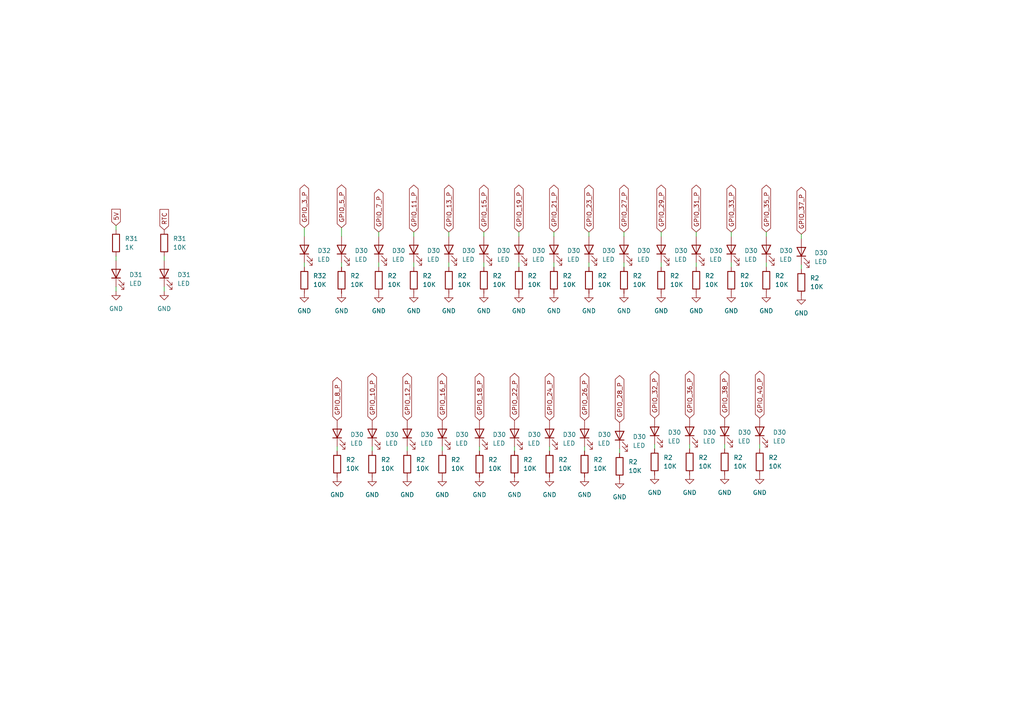
<source format=kicad_sch>
(kicad_sch (version 20230121) (generator eeschema)
  (paper "A4")
  (lib_symbols
    (symbol "Device:LED" (pin_numbers hide) (pin_names (offset 1.016) hide)
      (property "Reference" "D" (at 0 2.54 0))
      (property "Value" "LED" (at 0 -2.54 0))
      (symbol "LED_0_1"
        (polyline (pts (xy -1.27 -1.27) (xy -1.27 1.27)) (stroke (width 0.254)))
        (polyline (pts (xy -1.27 0) (xy 1.27 0)))
        (polyline (pts (xy 1.27 -1.27) (xy 1.27 1.27) (xy -1.27 0) (xy 1.27 -1.27)) (stroke (width 0.254)))
        (polyline (pts (xy -3.048 -0.762) (xy -4.572 -2.286) (xy -3.81 -2.286) (xy -4.572 -2.286) (xy -4.572 -1.524)))
        (polyline (pts (xy -1.778 -0.762) (xy -3.302 -2.286) (xy -2.54 -2.286) (xy -3.302 -2.286) (xy -3.302 -1.524)))
      )
      (symbol "LED_1_1"
        (pin passive line (at -3.81 0 0) (length 2.54) (name "K") (number "1"))
        (pin passive line (at 3.81 0 180) (length 2.54) (name "A") (number "2"))
      )
    )
    (symbol "Device:R" (pin_numbers hide) (pin_names (offset 0))
      (property "Reference" "R" (at 2.032 0 90))
      (property "Value" "R" (at 0 0 90))
      (symbol "R_0_1"
        (rectangle (start -1.016 -2.54) (end 1.016 2.54) (stroke (width 0.254)))
      )
      (symbol "R_1_1"
        (pin passive line (at 0 3.81 270) (length 1.27) (name "~") (number "1"))
        (pin passive line (at 0 -3.81 90) (length 1.27) (name "~") (number "2"))
      )
    )
    (symbol "power:GND" (power) (pin_names (offset 0))
      (property "Value" "GND" (at 0 -3.81 0))
      (symbol "GND_0_1"
        (polyline (pts (xy 0 0) (xy 0 -1.27) (xy 1.27 -1.27) (xy 0 -2.54) (xy -1.27 -1.27) (xy 0 -1.27)))
      )
      (symbol "GND_1_1"
        (pin power_in line (at 0 0 270) (length 0) hide (name "GND") (number "1"))
      )
    )
  )
  (wire (pts (xy 99.06 66.04) (xy 99.06 68.58)))
  (wire (pts (xy 180.975 67.31) (xy 180.975 68.58)))
  (wire (pts (xy 107.95 129.54) (xy 107.95 130.81)))
  (wire (pts (xy 191.77 67.31) (xy 191.77 68.58)))
  (wire (pts (xy 232.41 76.835) (xy 232.41 78.105)))
  (wire (pts (xy 33.655 74.295) (xy 33.655 75.565)))
  (wire (pts (xy 179.705 130.175) (xy 179.705 131.445)))
  (wire (pts (xy 220.345 128.905) (xy 220.345 130.175)))
  (wire (pts (xy 222.25 67.31) (xy 222.25 68.58)))
  (wire (pts (xy 201.93 67.31) (xy 201.93 68.58)))
  (wire (pts (xy 33.655 83.185) (xy 33.655 84.455)))
  (wire (pts (xy 159.385 129.54) (xy 159.385 130.81)))
  (wire (pts (xy 120.015 67.31) (xy 120.015 68.58)))
  (wire (pts (xy 88.265 66.04) (xy 88.265 68.58)))
  (wire (pts (xy 118.11 129.54) (xy 118.11 130.81)))
  (wire (pts (xy 201.93 76.2) (xy 201.93 77.47)))
  (wire (pts (xy 47.625 83.185) (xy 47.625 84.455)))
  (wire (pts (xy 47.625 74.295) (xy 47.625 75.565)))
  (wire (pts (xy 120.015 76.2) (xy 120.015 77.47)))
  (wire (pts (xy 210.185 128.905) (xy 210.185 130.175)))
  (wire (pts (xy 128.27 129.54) (xy 128.27 130.81)))
  (wire (pts (xy 130.175 67.31) (xy 130.175 68.58)))
  (wire (pts (xy 150.495 67.31) (xy 150.495 68.58)))
  (wire (pts (xy 160.655 76.2) (xy 160.655 77.47)))
  (wire (pts (xy 109.855 76.2) (xy 109.855 77.47)))
  (wire (pts (xy 180.975 76.2) (xy 180.975 77.47)))
  (wire (pts (xy 170.815 67.31) (xy 170.815 68.58)))
  (wire (pts (xy 88.265 76.2) (xy 88.265 77.47)))
  (wire (pts (xy 200.025 128.905) (xy 200.025 130.175)))
  (wire (pts (xy 33.655 66.675) (xy 33.655 65.405)))
  (wire (pts (xy 139.065 129.54) (xy 139.065 130.81)))
  (wire (pts (xy 232.41 67.945) (xy 232.41 69.215)))
  (wire (pts (xy 170.815 76.2) (xy 170.815 77.47)))
  (wire (pts (xy 189.865 128.905) (xy 189.865 130.175)))
  (wire (pts (xy 130.175 76.2) (xy 130.175 77.47)))
  (wire (pts (xy 140.335 76.2) (xy 140.335 77.47)))
  (wire (pts (xy 222.25 76.2) (xy 222.25 77.47)))
  (wire (pts (xy 150.495 76.2) (xy 150.495 77.47)))
  (wire (pts (xy 109.855 67.31) (xy 109.855 68.58)))
  (wire (pts (xy 99.06 76.2) (xy 99.06 77.47)))
  (wire (pts (xy 191.77 76.2) (xy 191.77 77.47)))
  (wire (pts (xy 212.09 67.31) (xy 212.09 68.58)))
  (wire (pts (xy 212.09 76.2) (xy 212.09 77.47)))
  (wire (pts (xy 97.79 129.54) (xy 97.79 130.81)))
  (wire (pts (xy 169.545 129.54) (xy 169.545 130.81)))
  (wire (pts (xy 160.655 67.31) (xy 160.655 68.58)))
  (wire (pts (xy 149.225 129.54) (xy 149.225 130.81)))
  (wire (pts (xy 140.335 67.31) (xy 140.335 68.58)))
  (global_label "GPIO_35_P" (shape bidirectional) (at 222.25 67.31 90) (property "Intersheetrefs" "${INTERSHEET_REFS}" (effects hide)))
  (global_label "5V" (shape input) (at 33.655 65.405 90) (property "Intersheetrefs" "${INTERSHEET_REFS}" (effects hide)))
  (global_label "GPIO_27_P" (shape bidirectional) (at 180.975 67.31 90) (property "Intersheetrefs" "${INTERSHEET_REFS}" (effects hide)))
  (global_label "RTC" (shape input) (at 47.625 66.675 90) (property "Intersheetrefs" "${INTERSHEET_REFS}" (effects hide)))
  (global_label "GPIO_13_P" (shape bidirectional) (at 130.175 67.31 90) (property "Intersheetrefs" "${INTERSHEET_REFS}" (effects hide)))
  (global_label "GPIO_7_P" (shape bidirectional) (at 109.855 67.31 90) (property "Intersheetrefs" "${INTERSHEET_REFS}" (effects hide)))
  (global_label "GPIO_31_P" (shape bidirectional) (at 201.93 67.31 90) (property "Intersheetrefs" "${INTERSHEET_REFS}" (effects hide)))
  (global_label "GPIO_3_P" (shape bidirectional) (at 88.265 66.04 90) (property "Intersheetrefs" "${INTERSHEET_REFS}" (effects hide)))
  (global_label "GPIO_18_P" (shape bidirectional) (at 139.065 121.92 90) (property "Intersheetrefs" "${INTERSHEET_REFS}" (effects hide)))
  (global_label "GPIO_22_P" (shape bidirectional) (at 149.225 121.92 90) (property "Intersheetrefs" "${INTERSHEET_REFS}" (effects hide)))
  (global_label "GPIO_12_P" (shape bidirectional) (at 118.11 121.92 90) (property "Intersheetrefs" "${INTERSHEET_REFS}" (effects hide)))
  (global_label "GPIO_26_P" (shape bidirectional) (at 169.545 121.92 90) (property "Intersheetrefs" "${INTERSHEET_REFS}" (effects hide)))
  (global_label "GPIO_15_P" (shape bidirectional) (at 140.335 67.31 90) (property "Intersheetrefs" "${INTERSHEET_REFS}" (effects hide)))
  (global_label "GPIO_33_P" (shape bidirectional) (at 212.09 67.31 90) (property "Intersheetrefs" "${INTERSHEET_REFS}" (effects hide)))
  (global_label "GPIO_19_P" (shape bidirectional) (at 150.495 67.31 90) (property "Intersheetrefs" "${INTERSHEET_REFS}" (effects hide)))
  (global_label "GPIO_37_P" (shape bidirectional) (at 232.41 67.945 90) (property "Intersheetrefs" "${INTERSHEET_REFS}" (effects hide)))
  (global_label "GPIO_40_P" (shape bidirectional) (at 220.345 121.285 90) (property "Intersheetrefs" "${INTERSHEET_REFS}" (effects hide)))
  (global_label "GPIO_16_P" (shape bidirectional) (at 128.27 121.92 90) (property "Intersheetrefs" "${INTERSHEET_REFS}" (effects hide)))
  (global_label "GPIO_10_P" (shape bidirectional) (at 107.95 121.92 90) (property "Intersheetrefs" "${INTERSHEET_REFS}" (effects hide)))
  (global_label "GPIO_32_P" (shape bidirectional) (at 189.865 121.285 90) (property "Intersheetrefs" "${INTERSHEET_REFS}" (effects hide)))
  (global_label "GPIO_11_P" (shape bidirectional) (at 120.015 67.31 90) (property "Intersheetrefs" "${INTERSHEET_REFS}" (effects hide)))
  (global_label "GPIO_36_P" (shape bidirectional) (at 200.025 121.285 90) (property "Intersheetrefs" "${INTERSHEET_REFS}" (effects hide)))
  (global_label "GPIO_5_P" (shape bidirectional) (at 99.06 66.04 90) (property "Intersheetrefs" "${INTERSHEET_REFS}" (effects hide)))
  (global_label "GPIO_21_P" (shape bidirectional) (at 160.655 67.31 90) (property "Intersheetrefs" "${INTERSHEET_REFS}" (effects hide)))
  (global_label "GPIO_28_P" (shape bidirectional) (at 179.705 122.555 90) (property "Intersheetrefs" "${INTERSHEET_REFS}" (effects hide)))
  (global_label "GPIO_38_P" (shape bidirectional) (at 210.185 121.285 90) (property "Intersheetrefs" "${INTERSHEET_REFS}" (effects hide)))
  (global_label "GPIO_8_P" (shape bidirectional) (at 97.79 121.92 90) (property "Intersheetrefs" "${INTERSHEET_REFS}" (effects hide)))
  (global_label "GPIO_24_P" (shape bidirectional) (at 159.385 121.92 90) (property "Intersheetrefs" "${INTERSHEET_REFS}" (effects hide)))
  (global_label "GPIO_23_P" (shape bidirectional) (at 170.815 67.31 90) (property "Intersheetrefs" "${INTERSHEET_REFS}" (effects hide)))
  (global_label "GPIO_29_P" (shape bidirectional) (at 191.77 67.31 90) (property "Intersheetrefs" "${INTERSHEET_REFS}" (effects hide)))
  (symbol (lib_id "Device:R") (at 222.25 81.28 0) (unit 1)
    (property "Reference" "R2" (at 224.79 80.01 0) (effects (justify left)))
    (property "Value" "10K" (at 224.79 82.55 0) (effects (justify left)))
    (property "Footprint" "Resistor_SMD:R_1206_3216Metric" (effects hide))
    (property "Enlace de compra" "https://www.vistronica.com/componentes-pasivos/resistencias/resistencias-10-kohm-smd-1206-14w-5-x10-detail.html" (effects hide))
    (property "Package" "1206" (effects hide))
    (property "Description" "Resistencia SMD 1206 10K" (effects hide))
    (instances (project "Module_RPI" (path "" (reference "R2") (unit 1)) (path "" (reference "R44") (unit 1))))
  )
  (symbol (lib_id "power:GND") (at 189.865 137.795 0) (unit 1)
    (property "Reference" "#PWR036" (effects hide))
    (property "Value" "GND" (at 189.865 142.875 0))
    (instances (project "Module_RPI" (path "" (reference "#PWR036") (unit 1)) (path "" (reference "#PWR063") (unit 1))))
  )
  (symbol (lib_id "power:GND") (at 97.79 138.43 0) (unit 1)
    (property "Reference" "#PWR036" (effects hide))
    (property "Value" "GND" (at 97.79 143.51 0))
    (instances (project "Module_RPI" (path "" (reference "#PWR036") (unit 1)) (path "" (reference "#PWR054") (unit 1))))
  )
  (symbol (lib_id "Device:LED") (at 118.11 125.73 90) (unit 1)
    (property "Reference" "D30" (at 121.92 126.0475 90) (effects (justify right)))
    (property "Value" "LED" (at 121.92 128.5875 90) (effects (justify right)))
    (property "Footprint" "LED_SMD:LED_1206_3216Metric" (effects hide))
    (property "Enlace de compra" "https://www.vistronica.com/componentes-activos/diodos/led/led-verde-smd-1206-x10-detail.html" (effects hide))
    (property "Package" "1206" (effects hide))
    (property "Description" "LED SMD 1206" (effects hide))
    (instances (project "Module_RPI" (path "" (reference "D30") (unit 1)) (path "" (reference "D48") (unit 1))))
  )
  (symbol (lib_id "power:GND") (at 180.975 85.09 0) (unit 1)
    (property "Reference" "#PWR036" (effects hide))
    (property "Value" "GND" (at 180.975 90.17 0))
    (instances (project "Module_RPI" (path "" (reference "#PWR036") (unit 1)) (path "" (reference "#PWR048") (unit 1))))
  )
  (symbol (lib_id "Device:R") (at 179.705 135.255 0) (unit 1)
    (property "Reference" "R2" (at 182.245 133.985 0) (effects (justify left)))
    (property "Value" "10K" (at 182.245 136.525 0) (effects (justify left)))
    (property "Footprint" "Resistor_SMD:R_1206_3216Metric" (effects hide))
    (property "Enlace de compra" "https://www.vistronica.com/componentes-pasivos/resistencias/resistencias-10-kohm-smd-1206-14w-5-x10-detail.html" (effects hide))
    (property "Package" "1206" (effects hide))
    (property "Description" "Resistencia SMD 1206 10K" (effects hide))
    (instances (project "Module_RPI" (path "" (reference "R2") (unit 1)) (path "" (reference "R54") (unit 1))))
  )
  (symbol (lib_id "power:GND") (at 222.25 85.09 0) (unit 1)
    (property "Reference" "#PWR036" (effects hide))
    (property "Value" "GND" (at 222.25 90.17 0))
    (instances (project "Module_RPI" (path "" (reference "#PWR036") (unit 1)) (path "" (reference "#PWR052") (unit 1))))
  )
  (symbol (lib_id "Device:LED") (at 88.265 72.39 90) (unit 1)
    (property "Reference" "D32" (at 92.075 72.7075 90) (effects (justify right)))
    (property "Value" "LED" (at 92.075 75.2475 90) (effects (justify right)))
    (property "Footprint" "LED_SMD:LED_1206_3216Metric" (effects hide))
    (property "Enlace de compra" "https://www.vistronica.com/componentes-activos/diodos/led/led-verde-smd-1206-x10-detail.html" (effects hide))
    (property "Package" "1206" (effects hide))
    (property "Description" "LED SMD 1206" (effects hide))
  )
  (symbol (lib_id "power:GND") (at 200.025 137.795 0) (unit 1)
    (property "Reference" "#PWR036" (effects hide))
    (property "Value" "GND" (at 200.025 142.875 0))
    (instances (project "Module_RPI" (path "" (reference "#PWR036") (unit 1)) (path "" (reference "#PWR064") (unit 1))))
  )
  (symbol (lib_id "Device:LED") (at 107.95 125.73 90) (unit 1)
    (property "Reference" "D30" (at 111.76 126.0475 90) (effects (justify right)))
    (property "Value" "LED" (at 111.76 128.5875 90) (effects (justify right)))
    (property "Footprint" "LED_SMD:LED_1206_3216Metric" (effects hide))
    (property "Enlace de compra" "https://www.vistronica.com/componentes-activos/diodos/led/led-verde-smd-1206-x10-detail.html" (effects hide))
    (property "Package" "1206" (effects hide))
    (property "Description" "LED SMD 1206" (effects hide))
    (instances (project "Module_RPI" (path "" (reference "D30") (unit 1)) (path "" (reference "D47") (unit 1))))
  )
  (symbol (lib_id "Device:LED") (at 99.06 72.39 90) (unit 1)
    (property "Reference" "D30" (at 102.87 72.7075 90) (effects (justify right)))
    (property "Value" "LED" (at 102.87 75.2475 90) (effects (justify right)))
    (property "Footprint" "LED_SMD:LED_1206_3216Metric" (effects hide))
    (property "Enlace de compra" "https://www.vistronica.com/componentes-activos/diodos/led/led-verde-smd-1206-x10-detail.html" (effects hide))
    (property "Package" "1206" (effects hide))
    (property "Description" "LED SMD 1206" (effects hide))
  )
  (symbol (lib_id "Device:LED") (at 212.09 72.39 90) (unit 1)
    (property "Reference" "D30" (at 215.9 72.7075 90) (effects (justify right)))
    (property "Value" "LED" (at 215.9 75.2475 90) (effects (justify right)))
    (property "Footprint" "LED_SMD:LED_1206_3216Metric" (effects hide))
    (property "Enlace de compra" "https://www.vistronica.com/componentes-activos/diodos/led/led-verde-smd-1206-x10-detail.html" (effects hide))
    (property "Package" "1206" (effects hide))
    (property "Description" "LED SMD 1206" (effects hide))
    (instances (project "Module_RPI" (path "" (reference "D30") (unit 1)) (path "" (reference "D43") (unit 1))))
  )
  (symbol (lib_id "Device:LED") (at 189.865 125.095 90) (unit 1)
    (property "Reference" "D30" (at 193.675 125.4125 90) (effects (justify right)))
    (property "Value" "LED" (at 193.675 127.9525 90) (effects (justify right)))
    (property "Footprint" "LED_SMD:LED_1206_3216Metric" (effects hide))
    (property "Enlace de compra" "https://www.vistronica.com/componentes-activos/diodos/led/led-verde-smd-1206-x10-detail.html" (effects hide))
    (property "Package" "1206" (effects hide))
    (property "Description" "LED SMD 1206" (effects hide))
    (instances (project "Module_RPI" (path "" (reference "D30") (unit 1)) (path "" (reference "D55") (unit 1))))
  )
  (symbol (lib_id "power:GND") (at 139.065 138.43 0) (unit 1)
    (property "Reference" "#PWR036" (effects hide))
    (property "Value" "GND" (at 139.065 143.51 0))
    (instances (project "Module_RPI" (path "" (reference "#PWR036") (unit 1)) (path "" (reference "#PWR058") (unit 1))))
  )
  (symbol (lib_id "power:GND") (at 118.11 138.43 0) (unit 1)
    (property "Reference" "#PWR036" (effects hide))
    (property "Value" "GND" (at 118.11 143.51 0))
    (instances (project "Module_RPI" (path "" (reference "#PWR036") (unit 1)) (path "" (reference "#PWR056") (unit 1))))
  )
  (symbol (lib_id "Device:LED") (at 130.175 72.39 90) (unit 1)
    (property "Reference" "D30" (at 133.985 72.7075 90) (effects (justify right)))
    (property "Value" "LED" (at 133.985 75.2475 90) (effects (justify right)))
    (property "Footprint" "LED_SMD:LED_1206_3216Metric" (effects hide))
    (property "Enlace de compra" "https://www.vistronica.com/componentes-activos/diodos/led/led-verde-smd-1206-x10-detail.html" (effects hide))
    (property "Package" "1206" (effects hide))
    (property "Description" "LED SMD 1206" (effects hide))
    (instances (project "Module_RPI" (path "" (reference "D30") (unit 1)) (path "" (reference "D35") (unit 1))))
  )
  (symbol (lib_id "Device:LED") (at 200.025 125.095 90) (unit 1)
    (property "Reference" "D30" (at 203.835 125.4125 90) (effects (justify right)))
    (property "Value" "LED" (at 203.835 127.9525 90) (effects (justify right)))
    (property "Footprint" "LED_SMD:LED_1206_3216Metric" (effects hide))
    (property "Enlace de compra" "https://www.vistronica.com/componentes-activos/diodos/led/led-verde-smd-1206-x10-detail.html" (effects hide))
    (property "Package" "1206" (effects hide))
    (property "Description" "LED SMD 1206" (effects hide))
    (instances (project "Module_RPI" (path "" (reference "D30") (unit 1)) (path "" (reference "D56") (unit 1))))
  )
  (symbol (lib_id "Device:R") (at 130.175 81.28 0) (unit 1)
    (property "Reference" "R2" (at 132.715 80.01 0) (effects (justify left)))
    (property "Value" "10K" (at 132.715 82.55 0) (effects (justify left)))
    (property "Footprint" "Resistor_SMD:R_1206_3216Metric" (effects hide))
    (property "Enlace de compra" "https://www.vistronica.com/componentes-pasivos/resistencias/resistencias-10-kohm-smd-1206-14w-5-x10-detail.html" (effects hide))
    (property "Package" "1206" (effects hide))
    (property "Description" "Resistencia SMD 1206 10K" (effects hide))
    (instances (project "Module_RPI" (path "" (reference "R2") (unit 1)) (path "" (reference "R35") (unit 1))))
  )
  (symbol (lib_id "Device:R") (at 140.335 81.28 0) (unit 1)
    (property "Reference" "R2" (at 142.875 80.01 0) (effects (justify left)))
    (property "Value" "10K" (at 142.875 82.55 0) (effects (justify left)))
    (property "Footprint" "Resistor_SMD:R_1206_3216Metric" (effects hide))
    (property "Enlace de compra" "https://www.vistronica.com/componentes-pasivos/resistencias/resistencias-10-kohm-smd-1206-14w-5-x10-detail.html" (effects hide))
    (property "Package" "1206" (effects hide))
    (property "Description" "Resistencia SMD 1206 10K" (effects hide))
    (instances (project "Module_RPI" (path "" (reference "R2") (unit 1)) (path "" (reference "R36") (unit 1))))
  )
  (symbol (lib_id "Device:R") (at 169.545 134.62 0) (unit 1)
    (property "Reference" "R2" (at 172.085 133.35 0) (effects (justify left)))
    (property "Value" "10K" (at 172.085 135.89 0) (effects (justify left)))
    (property "Footprint" "Resistor_SMD:R_1206_3216Metric" (effects hide))
    (property "Enlace de compra" "https://www.vistronica.com/componentes-pasivos/resistencias/resistencias-10-kohm-smd-1206-14w-5-x10-detail.html" (effects hide))
    (property "Package" "1206" (effects hide))
    (property "Description" "Resistencia SMD 1206 10K" (effects hide))
    (instances (project "Module_RPI" (path "" (reference "R2") (unit 1)) (path "" (reference "R53") (unit 1))))
  )
  (symbol (lib_id "Device:LED") (at 170.815 72.39 90) (unit 1)
    (property "Reference" "D30" (at 174.625 72.7075 90) (effects (justify right)))
    (property "Value" "LED" (at 174.625 75.2475 90) (effects (justify right)))
    (property "Footprint" "LED_SMD:LED_1206_3216Metric" (effects hide))
    (property "Enlace de compra" "https://www.vistronica.com/componentes-activos/diodos/led/led-verde-smd-1206-x10-detail.html" (effects hide))
    (property "Package" "1206" (effects hide))
    (property "Description" "LED SMD 1206" (effects hide))
    (instances (project "Module_RPI" (path "" (reference "D30") (unit 1)) (path "" (reference "D39") (unit 1))))
  )
  (symbol (lib_id "Device:LED") (at 149.225 125.73 90) (unit 1)
    (property "Reference" "D30" (at 153.035 126.0475 90) (effects (justify right)))
    (property "Value" "LED" (at 153.035 128.5875 90) (effects (justify right)))
    (property "Footprint" "LED_SMD:LED_1206_3216Metric" (effects hide))
    (property "Enlace de compra" "https://www.vistronica.com/componentes-activos/diodos/led/led-verde-smd-1206-x10-detail.html" (effects hide))
    (property "Package" "1206" (effects hide))
    (property "Description" "LED SMD 1206" (effects hide))
    (instances (project "Module_RPI" (path "" (reference "D30") (unit 1)) (path "" (reference "D51") (unit 1))))
  )
  (symbol (lib_id "Device:LED") (at 232.41 73.025 90) (unit 1)
    (property "Reference" "D30" (at 236.22 73.3425 90) (effects (justify right)))
    (property "Value" "LED" (at 236.22 75.8825 90) (effects (justify right)))
    (property "Footprint" "LED_SMD:LED_1206_3216Metric" (effects hide))
    (property "Enlace de compra" "https://www.vistronica.com/componentes-activos/diodos/led/led-verde-smd-1206-x10-detail.html" (effects hide))
    (property "Package" "1206" (effects hide))
    (property "Description" "LED SMD 1206" (effects hide))
    (instances (project "Module_RPI" (path "" (reference "D30") (unit 1)) (path "" (reference "D45") (unit 1))))
  )
  (symbol (lib_id "Device:R") (at 99.06 81.28 0) (unit 1)
    (property "Reference" "R2" (at 101.6 80.01 0) (effects (justify left)))
    (property "Value" "10K" (at 101.6 82.55 0) (effects (justify left)))
    (property "Footprint" "Resistor_SMD:R_1206_3216Metric" (effects hide))
    (property "Enlace de compra" "https://www.vistronica.com/componentes-pasivos/resistencias/resistencias-10-kohm-smd-1206-14w-5-x10-detail.html" (effects hide))
    (property "Package" "1206" (effects hide))
    (property "Description" "Resistencia SMD 1206 10K" (effects hide))
  )
  (symbol (lib_id "Device:R") (at 47.625 70.485 0) (unit 1)
    (property "Reference" "R31" (at 50.165 69.215 0) (effects (justify left)))
    (property "Value" "10K" (at 50.165 71.755 0) (effects (justify left)))
    (property "Footprint" "Resistor_SMD:R_1206_3216Metric" (effects hide))
    (property "Enlace de compra" "https://www.vistronica.com/componentes-pasivos/resistencias/resistencias-1-kohm-smd-1206-14w-5-x10-detail.html" (effects hide))
    (property "Package" "1206" (effects hide))
    (property "Description" "Resistencia SMD 1206 1K" (effects hide))
    (instances (project "Module_RPI" (path "" (reference "R31") (unit 1)) (path "" (reference "R62") (unit 1))))
  )
  (symbol (lib_id "Device:LED") (at 220.345 125.095 90) (unit 1)
    (property "Reference" "D30" (at 224.155 125.4125 90) (effects (justify right)))
    (property "Value" "LED" (at 224.155 127.9525 90) (effects (justify right)))
    (property "Footprint" "LED_SMD:LED_1206_3216Metric" (effects hide))
    (property "Enlace de compra" "https://www.vistronica.com/componentes-activos/diodos/led/led-verde-smd-1206-x10-detail.html" (effects hide))
    (property "Package" "1206" (effects hide))
    (property "Description" "LED SMD 1206" (effects hide))
    (instances (project "Module_RPI" (path "" (reference "D30") (unit 1)) (path "" (reference "D58") (unit 1))))
  )
  (symbol (lib_id "Device:R") (at 191.77 81.28 0) (unit 1)
    (property "Reference" "R2" (at 194.31 80.01 0) (effects (justify left)))
    (property "Value" "10K" (at 194.31 82.55 0) (effects (justify left)))
    (property "Footprint" "Resistor_SMD:R_1206_3216Metric" (effects hide))
    (property "Enlace de compra" "https://www.vistronica.com/componentes-pasivos/resistencias/resistencias-10-kohm-smd-1206-14w-5-x10-detail.html" (effects hide))
    (property "Package" "1206" (effects hide))
    (property "Description" "Resistencia SMD 1206 10K" (effects hide))
    (instances (project "Module_RPI" (path "" (reference "R2") (unit 1)) (path "" (reference "R41") (unit 1))))
  )
  (symbol (lib_id "power:GND") (at 150.495 85.09 0) (unit 1)
    (property "Reference" "#PWR036" (effects hide))
    (property "Value" "GND" (at 150.495 90.17 0))
    (instances (project "Module_RPI" (path "" (reference "#PWR036") (unit 1)) (path "" (reference "#PWR045") (unit 1))))
  )
  (symbol (lib_id "Device:LED") (at 47.625 79.375 90) (unit 1)
    (property "Reference" "D31" (at 51.435 79.6925 90) (effects (justify right)))
    (property "Value" "LED" (at 51.435 82.2325 90) (effects (justify right)))
    (property "Footprint" "LED_SMD:LED_1206_3216Metric" (effects hide))
    (property "Enlace de compra" "https://www.vistronica.com/componentes-activos/diodos/led/led-verde-smd-1206-x10-detail.html" (effects hide))
    (property "Package" "1206" (effects hide))
    (property "Description" "LED SMD 1206" (effects hide))
    (instances (project "Module_RPI" (path "" (reference "D31") (unit 1)) (path "" (reference "D1") (unit 1))))
  )
  (symbol (lib_id "power:GND") (at 140.335 85.09 0) (unit 1)
    (property "Reference" "#PWR036" (effects hide))
    (property "Value" "GND" (at 140.335 90.17 0))
    (instances (project "Module_RPI" (path "" (reference "#PWR036") (unit 1)) (path "" (reference "#PWR044") (unit 1))))
  )
  (symbol (lib_id "Device:R") (at 212.09 81.28 0) (unit 1)
    (property "Reference" "R2" (at 214.63 80.01 0) (effects (justify left)))
    (property "Value" "10K" (at 214.63 82.55 0) (effects (justify left)))
    (property "Footprint" "Resistor_SMD:R_1206_3216Metric" (effects hide))
    (property "Enlace de compra" "https://www.vistronica.com/componentes-pasivos/resistencias/resistencias-10-kohm-smd-1206-14w-5-x10-detail.html" (effects hide))
    (property "Package" "1206" (effects hide))
    (property "Description" "Resistencia SMD 1206 10K" (effects hide))
    (instances (project "Module_RPI" (path "" (reference "R2") (unit 1)) (path "" (reference "R43") (unit 1))))
  )
  (symbol (lib_id "power:GND") (at 159.385 138.43 0) (unit 1)
    (property "Reference" "#PWR036" (effects hide))
    (property "Value" "GND" (at 159.385 143.51 0))
    (instances (project "Module_RPI" (path "" (reference "#PWR036") (unit 1)) (path "" (reference "#PWR060") (unit 1))))
  )
  (symbol (lib_id "Device:R") (at 170.815 81.28 0) (unit 1)
    (property "Reference" "R2" (at 173.355 80.01 0) (effects (justify left)))
    (property "Value" "10K" (at 173.355 82.55 0) (effects (justify left)))
    (property "Footprint" "Resistor_SMD:R_1206_3216Metric" (effects hide))
    (property "Enlace de compra" "https://www.vistronica.com/componentes-pasivos/resistencias/resistencias-10-kohm-smd-1206-14w-5-x10-detail.html" (effects hide))
    (property "Package" "1206" (effects hide))
    (property "Description" "Resistencia SMD 1206 10K" (effects hide))
    (instances (project "Module_RPI" (path "" (reference "R2") (unit 1)) (path "" (reference "R39") (unit 1))))
  )
  (symbol (lib_id "power:GND") (at 179.705 139.065 0) (unit 1)
    (property "Reference" "#PWR036" (effects hide))
    (property "Value" "GND" (at 179.705 144.145 0))
    (instances (project "Module_RPI" (path "" (reference "#PWR036") (unit 1)) (path "" (reference "#PWR062") (unit 1))))
  )
  (symbol (lib_id "power:GND") (at 160.655 85.09 0) (unit 1)
    (property "Reference" "#PWR036" (effects hide))
    (property "Value" "GND" (at 160.655 90.17 0))
    (instances (project "Module_RPI" (path "" (reference "#PWR036") (unit 1)) (path "" (reference "#PWR046") (unit 1))))
  )
  (symbol (lib_id "Device:R") (at 150.495 81.28 0) (unit 1)
    (property "Reference" "R2" (at 153.035 80.01 0) (effects (justify left)))
    (property "Value" "10K" (at 153.035 82.55 0) (effects (justify left)))
    (property "Footprint" "Resistor_SMD:R_1206_3216Metric" (effects hide))
    (property "Enlace de compra" "https://www.vistronica.com/componentes-pasivos/resistencias/resistencias-10-kohm-smd-1206-14w-5-x10-detail.html" (effects hide))
    (property "Package" "1206" (effects hide))
    (property "Description" "Resistencia SMD 1206 10K" (effects hide))
    (instances (project "Module_RPI" (path "" (reference "R2") (unit 1)) (path "" (reference "R37") (unit 1))))
  )
  (symbol (lib_id "Device:R") (at 97.79 134.62 0) (unit 1)
    (property "Reference" "R2" (at 100.33 133.35 0) (effects (justify left)))
    (property "Value" "10K" (at 100.33 135.89 0) (effects (justify left)))
    (property "Footprint" "Resistor_SMD:R_1206_3216Metric" (effects hide))
    (property "Enlace de compra" "https://www.vistronica.com/componentes-pasivos/resistencias/resistencias-10-kohm-smd-1206-14w-5-x10-detail.html" (effects hide))
    (property "Package" "1206" (effects hide))
    (property "Description" "Resistencia SMD 1206 10K" (effects hide))
    (instances (project "Module_RPI" (path "" (reference "R2") (unit 1)) (path "" (reference "R46") (unit 1))))
  )
  (symbol (lib_id "Device:R") (at 109.855 81.28 0) (unit 1)
    (property "Reference" "R2" (at 112.395 80.01 0) (effects (justify left)))
    (property "Value" "10K" (at 112.395 82.55 0) (effects (justify left)))
    (property "Footprint" "Resistor_SMD:R_1206_3216Metric" (effects hide))
    (property "Enlace de compra" "https://www.vistronica.com/componentes-pasivos/resistencias/resistencias-10-kohm-smd-1206-14w-5-x10-detail.html" (effects hide))
    (property "Package" "1206" (effects hide))
    (property "Description" "Resistencia SMD 1206 10K" (effects hide))
    (instances (project "Module_RPI" (path "" (reference "R2") (unit 1)) (path "" (reference "R33") (unit 1))))
  )
  (symbol (lib_id "Device:LED") (at 222.25 72.39 90) (unit 1)
    (property "Reference" "D30" (at 226.06 72.7075 90) (effects (justify right)))
    (property "Value" "LED" (at 226.06 75.2475 90) (effects (justify right)))
    (property "Footprint" "LED_SMD:LED_1206_3216Metric" (effects hide))
    (property "Enlace de compra" "https://www.vistronica.com/componentes-activos/diodos/led/led-verde-smd-1206-x10-detail.html" (effects hide))
    (property "Package" "1206" (effects hide))
    (property "Description" "LED SMD 1206" (effects hide))
    (instances (project "Module_RPI" (path "" (reference "D30") (unit 1)) (path "" (reference "D44") (unit 1))))
  )
  (symbol (lib_id "power:GND") (at 120.015 85.09 0) (unit 1)
    (property "Reference" "#PWR036" (effects hide))
    (property "Value" "GND" (at 120.015 90.17 0))
    (instances (project "Module_RPI" (path "" (reference "#PWR036") (unit 1)) (path "" (reference "#PWR042") (unit 1))))
  )
  (symbol (lib_id "Device:LED") (at 159.385 125.73 90) (unit 1)
    (property "Reference" "D30" (at 163.195 126.0475 90) (effects (justify right)))
    (property "Value" "LED" (at 163.195 128.5875 90) (effects (justify right)))
    (property "Footprint" "LED_SMD:LED_1206_3216Metric" (effects hide))
    (property "Enlace de compra" "https://www.vistronica.com/componentes-activos/diodos/led/led-verde-smd-1206-x10-detail.html" (effects hide))
    (property "Package" "1206" (effects hide))
    (property "Description" "LED SMD 1206" (effects hide))
    (instances (project "Module_RPI" (path "" (reference "D30") (unit 1)) (path "" (reference "D52") (unit 1))))
  )
  (symbol (lib_id "power:GND") (at 149.225 138.43 0) (unit 1)
    (property "Reference" "#PWR036" (effects hide))
    (property "Value" "GND" (at 149.225 143.51 0))
    (instances (project "Module_RPI" (path "" (reference "#PWR036") (unit 1)) (path "" (reference "#PWR059") (unit 1))))
  )
  (symbol (lib_id "Device:R") (at 120.015 81.28 0) (unit 1)
    (property "Reference" "R2" (at 122.555 80.01 0) (effects (justify left)))
    (property "Value" "10K" (at 122.555 82.55 0) (effects (justify left)))
    (property "Footprint" "Resistor_SMD:R_1206_3216Metric" (effects hide))
    (property "Enlace de compra" "https://www.vistronica.com/componentes-pasivos/resistencias/resistencias-10-kohm-smd-1206-14w-5-x10-detail.html" (effects hide))
    (property "Package" "1206" (effects hide))
    (property "Description" "Resistencia SMD 1206 10K" (effects hide))
    (instances (project "Module_RPI" (path "" (reference "R2") (unit 1)) (path "" (reference "R34") (unit 1))))
  )
  (symbol (lib_id "power:GND") (at 109.855 85.09 0) (unit 1)
    (property "Reference" "#PWR036" (effects hide))
    (property "Value" "GND" (at 109.855 90.17 0))
    (instances (project "Module_RPI" (path "" (reference "#PWR036") (unit 1)) (path "" (reference "#PWR041") (unit 1))))
  )
  (symbol (lib_id "Device:LED") (at 120.015 72.39 90) (unit 1)
    (property "Reference" "D30" (at 123.825 72.7075 90) (effects (justify right)))
    (property "Value" "LED" (at 123.825 75.2475 90) (effects (justify right)))
    (property "Footprint" "LED_SMD:LED_1206_3216Metric" (effects hide))
    (property "Enlace de compra" "https://www.vistronica.com/componentes-activos/diodos/led/led-verde-smd-1206-x10-detail.html" (effects hide))
    (property "Package" "1206" (effects hide))
    (property "Description" "LED SMD 1206" (effects hide))
    (instances (project "Module_RPI" (path "" (reference "D30") (unit 1)) (path "" (reference "D34") (unit 1))))
  )
  (symbol (lib_id "power:GND") (at 232.41 85.725 0) (unit 1)
    (property "Reference" "#PWR036" (effects hide))
    (property "Value" "GND" (at 232.41 90.805 0))
    (instances (project "Module_RPI" (path "" (reference "#PWR036") (unit 1)) (path "" (reference "#PWR053") (unit 1))))
  )
  (symbol (lib_id "power:GND") (at 99.06 85.09 0) (unit 1)
    (property "Reference" "#PWR036" (effects hide))
    (property "Value" "GND" (at 99.06 90.17 0))
  )
  (symbol (lib_id "power:GND") (at 33.655 84.455 0) (unit 1)
    (property "Reference" "#PWR039" (effects hide))
    (property "Value" "GND" (at 33.655 89.535 0))
  )
  (symbol (lib_id "Device:R") (at 88.265 81.28 0) (unit 1)
    (property "Reference" "R32" (at 90.805 80.01 0) (effects (justify left)))
    (property "Value" "10K" (at 90.805 82.55 0) (effects (justify left)))
    (property "Footprint" "Resistor_SMD:R_1206_3216Metric" (effects hide))
    (property "Enlace de compra" "https://www.vistronica.com/componentes-pasivos/resistencias/resistencias-10-kohm-smd-1206-14w-5-x10-detail.html" (effects hide))
    (property "Package" "1206" (effects hide))
    (property "Description" "Resistencia SMD 1206 10K" (effects hide))
  )
  (symbol (lib_id "power:GND") (at 201.93 85.09 0) (unit 1)
    (property "Reference" "#PWR036" (effects hide))
    (property "Value" "GND" (at 201.93 90.17 0))
    (instances (project "Module_RPI" (path "" (reference "#PWR036") (unit 1)) (path "" (reference "#PWR050") (unit 1))))
  )
  (symbol (lib_id "Device:R") (at 128.27 134.62 0) (unit 1)
    (property "Reference" "R2" (at 130.81 133.35 0) (effects (justify left)))
    (property "Value" "10K" (at 130.81 135.89 0) (effects (justify left)))
    (property "Footprint" "Resistor_SMD:R_1206_3216Metric" (effects hide))
    (property "Enlace de compra" "https://www.vistronica.com/componentes-pasivos/resistencias/resistencias-10-kohm-smd-1206-14w-5-x10-detail.html" (effects hide))
    (property "Package" "1206" (effects hide))
    (property "Description" "Resistencia SMD 1206 10K" (effects hide))
    (instances (project "Module_RPI" (path "" (reference "R2") (unit 1)) (path "" (reference "R49") (unit 1))))
  )
  (symbol (lib_id "Device:R") (at 107.95 134.62 0) (unit 1)
    (property "Reference" "R2" (at 110.49 133.35 0) (effects (justify left)))
    (property "Value" "10K" (at 110.49 135.89 0) (effects (justify left)))
    (property "Footprint" "Resistor_SMD:R_1206_3216Metric" (effects hide))
    (property "Enlace de compra" "https://www.vistronica.com/componentes-pasivos/resistencias/resistencias-10-kohm-smd-1206-14w-5-x10-detail.html" (effects hide))
    (property "Package" "1206" (effects hide))
    (property "Description" "Resistencia SMD 1206 10K" (effects hide))
    (instances (project "Module_RPI" (path "" (reference "R2") (unit 1)) (path "" (reference "R47") (unit 1))))
  )
  (symbol (lib_id "power:GND") (at 47.625 84.455 0) (unit 1)
    (property "Reference" "#PWR039" (effects hide))
    (property "Value" "GND" (at 47.625 89.535 0))
    (instances (project "Module_RPI" (path "" (reference "#PWR039") (unit 1)) (path "" (reference "#PWR037") (unit 1))))
  )
  (symbol (lib_id "Device:R") (at 189.865 133.985 0) (unit 1)
    (property "Reference" "R2" (at 192.405 132.715 0) (effects (justify left)))
    (property "Value" "10K" (at 192.405 135.255 0) (effects (justify left)))
    (property "Footprint" "Resistor_SMD:R_1206_3216Metric" (effects hide))
    (property "Enlace de compra" "https://www.vistronica.com/componentes-pasivos/resistencias/resistencias-10-kohm-smd-1206-14w-5-x10-detail.html" (effects hide))
    (property "Package" "1206" (effects hide))
    (property "Description" "Resistencia SMD 1206 10K" (effects hide))
    (instances (project "Module_RPI" (path "" (reference "R2") (unit 1)) (path "" (reference "R55") (unit 1))))
  )
  (symbol (lib_id "Device:R") (at 118.11 134.62 0) (unit 1)
    (property "Reference" "R2" (at 120.65 133.35 0) (effects (justify left)))
    (property "Value" "10K" (at 120.65 135.89 0) (effects (justify left)))
    (property "Footprint" "Resistor_SMD:R_1206_3216Metric" (effects hide))
    (property "Enlace de compra" "https://www.vistronica.com/componentes-pasivos/resistencias/resistencias-10-kohm-smd-1206-14w-5-x10-detail.html" (effects hide))
    (property "Package" "1206" (effects hide))
    (property "Description" "Resistencia SMD 1206 10K" (effects hide))
    (instances (project "Module_RPI" (path "" (reference "R2") (unit 1)) (path "" (reference "R48") (unit 1))))
  )
  (symbol (lib_id "Device:LED") (at 33.655 79.375 90) (unit 1)
    (property "Reference" "D31" (at 37.465 79.6925 90) (effects (justify right)))
    (property "Value" "LED" (at 37.465 82.2325 90) (effects (justify right)))
    (property "Footprint" "LED_SMD:LED_1206_3216Metric" (effects hide))
    (property "Enlace de compra" "https://www.vistronica.com/componentes-activos/diodos/led/led-verde-smd-1206-x10-detail.html" (effects hide))
    (property "Package" "1206" (effects hide))
    (property "Description" "LED SMD 1206" (effects hide))
  )
  (symbol (lib_id "Device:R") (at 33.655 70.485 0) (unit 1)
    (property "Reference" "R31" (at 36.195 69.215 0) (effects (justify left)))
    (property "Value" "1K" (at 36.195 71.755 0) (effects (justify left)))
    (property "Footprint" "Resistor_SMD:R_1206_3216Metric" (effects hide))
    (property "Enlace de compra" "https://www.vistronica.com/componentes-pasivos/resistencias/resistencias-1-kohm-smd-1206-14w-5-x10-detail.html" (effects hide))
    (property "Package" "1206" (effects hide))
    (property "Description" "Resistencia SMD 1206 1K" (effects hide))
  )
  (symbol (lib_id "Device:LED") (at 150.495 72.39 90) (unit 1)
    (property "Reference" "D30" (at 154.305 72.7075 90) (effects (justify right)))
    (property "Value" "LED" (at 154.305 75.2475 90) (effects (justify right)))
    (property "Footprint" "LED_SMD:LED_1206_3216Metric" (effects hide))
    (property "Enlace de compra" "https://www.vistronica.com/componentes-activos/diodos/led/led-verde-smd-1206-x10-detail.html" (effects hide))
    (property "Package" "1206" (effects hide))
    (property "Description" "LED SMD 1206" (effects hide))
    (instances (project "Module_RPI" (path "" (reference "D30") (unit 1)) (path "" (reference "D37") (unit 1))))
  )
  (symbol (lib_id "Device:LED") (at 169.545 125.73 90) (unit 1)
    (property "Reference" "D30" (at 173.355 126.0475 90) (effects (justify right)))
    (property "Value" "LED" (at 173.355 128.5875 90) (effects (justify right)))
    (property "Footprint" "LED_SMD:LED_1206_3216Metric" (effects hide))
    (property "Enlace de compra" "https://www.vistronica.com/componentes-activos/diodos/led/led-verde-smd-1206-x10-detail.html" (effects hide))
    (property "Package" "1206" (effects hide))
    (property "Description" "LED SMD 1206" (effects hide))
    (instances (project "Module_RPI" (path "" (reference "D30") (unit 1)) (path "" (reference "D53") (unit 1))))
  )
  (symbol (lib_id "power:GND") (at 169.545 138.43 0) (unit 1)
    (property "Reference" "#PWR036" (effects hide))
    (property "Value" "GND" (at 169.545 143.51 0))
    (instances (project "Module_RPI" (path "" (reference "#PWR036") (unit 1)) (path "" (reference "#PWR061") (unit 1))))
  )
  (symbol (lib_id "power:GND") (at 128.27 138.43 0) (unit 1)
    (property "Reference" "#PWR036" (effects hide))
    (property "Value" "GND" (at 128.27 143.51 0))
    (instances (project "Module_RPI" (path "" (reference "#PWR036") (unit 1)) (path "" (reference "#PWR057") (unit 1))))
  )
  (symbol (lib_id "Device:LED") (at 179.705 126.365 90) (unit 1)
    (property "Reference" "D30" (at 183.515 126.6825 90) (effects (justify right)))
    (property "Value" "LED" (at 183.515 129.2225 90) (effects (justify right)))
    (property "Footprint" "LED_SMD:LED_1206_3216Metric" (effects hide))
    (property "Enlace de compra" "https://www.vistronica.com/componentes-activos/diodos/led/led-verde-smd-1206-x10-detail.html" (effects hide))
    (property "Package" "1206" (effects hide))
    (property "Description" "LED SMD 1206" (effects hide))
    (instances (project "Module_RPI" (path "" (reference "D30") (unit 1)) (path "" (reference "D54") (unit 1))))
  )
  (symbol (lib_id "power:GND") (at 88.265 85.09 0) (unit 1)
    (property "Reference" "#PWR040" (effects hide))
    (property "Value" "GND" (at 88.265 90.17 0))
  )
  (symbol (lib_id "power:GND") (at 107.95 138.43 0) (unit 1)
    (property "Reference" "#PWR036" (effects hide))
    (property "Value" "GND" (at 107.95 143.51 0))
    (instances (project "Module_RPI" (path "" (reference "#PWR036") (unit 1)) (path "" (reference "#PWR055") (unit 1))))
  )
  (symbol (lib_id "Device:R") (at 232.41 81.915 0) (unit 1)
    (property "Reference" "R2" (at 234.95 80.645 0) (effects (justify left)))
    (property "Value" "10K" (at 234.95 83.185 0) (effects (justify left)))
    (property "Footprint" "Resistor_SMD:R_1206_3216Metric" (effects hide))
    (property "Enlace de compra" "https://www.vistronica.com/componentes-pasivos/resistencias/resistencias-10-kohm-smd-1206-14w-5-x10-detail.html" (effects hide))
    (property "Package" "1206" (effects hide))
    (property "Description" "Resistencia SMD 1206 10K" (effects hide))
    (instances (project "Module_RPI" (path "" (reference "R2") (unit 1)) (path "" (reference "R45") (unit 1))))
  )
  (symbol (lib_id "Device:R") (at 220.345 133.985 0) (unit 1)
    (property "Reference" "R2" (at 222.885 132.715 0) (effects (justify left)))
    (property "Value" "10K" (at 222.885 135.255 0) (effects (justify left)))
    (property "Footprint" "Resistor_SMD:R_1206_3216Metric" (effects hide))
    (property "Enlace de compra" "https://www.vistronica.com/componentes-pasivos/resistencias/resistencias-10-kohm-smd-1206-14w-5-x10-detail.html" (effects hide))
    (property "Package" "1206" (effects hide))
    (property "Description" "Resistencia SMD 1206 10K" (effects hide))
    (instances (project "Module_RPI" (path "" (reference "R2") (unit 1)) (path "" (reference "R58") (unit 1))))
  )
  (symbol (lib_id "Device:LED") (at 210.185 125.095 90) (unit 1)
    (property "Reference" "D30" (at 213.995 125.4125 90) (effects (justify right)))
    (property "Value" "LED" (at 213.995 127.9525 90) (effects (justify right)))
    (property "Footprint" "LED_SMD:LED_1206_3216Metric" (effects hide))
    (property "Enlace de compra" "https://www.vistronica.com/componentes-activos/diodos/led/led-verde-smd-1206-x10-detail.html" (effects hide))
    (property "Package" "1206" (effects hide))
    (property "Description" "LED SMD 1206" (effects hide))
    (instances (project "Module_RPI" (path "" (reference "D30") (unit 1)) (path "" (reference "D57") (unit 1))))
  )
  (symbol (lib_id "Device:LED") (at 97.79 125.73 90) (unit 1)
    (property "Reference" "D30" (at 101.6 126.0475 90) (effects (justify right)))
    (property "Value" "LED" (at 101.6 128.5875 90) (effects (justify right)))
    (property "Footprint" "LED_SMD:LED_1206_3216Metric" (effects hide))
    (property "Enlace de compra" "https://www.vistronica.com/componentes-activos/diodos/led/led-verde-smd-1206-x10-detail.html" (effects hide))
    (property "Package" "1206" (effects hide))
    (property "Description" "LED SMD 1206" (effects hide))
    (instances (project "Module_RPI" (path "" (reference "D30") (unit 1)) (path "" (reference "D46") (unit 1))))
  )
  (symbol (lib_id "Device:R") (at 210.185 133.985 0) (unit 1)
    (property "Reference" "R2" (at 212.725 132.715 0) (effects (justify left)))
    (property "Value" "10K" (at 212.725 135.255 0) (effects (justify left)))
    (property "Footprint" "Resistor_SMD:R_1206_3216Metric" (effects hide))
    (property "Enlace de compra" "https://www.vistronica.com/componentes-pasivos/resistencias/resistencias-10-kohm-smd-1206-14w-5-x10-detail.html" (effects hide))
    (property "Package" "1206" (effects hide))
    (property "Description" "Resistencia SMD 1206 10K" (effects hide))
    (instances (project "Module_RPI" (path "" (reference "R2") (unit 1)) (path "" (reference "R57") (unit 1))))
  )
  (symbol (lib_id "Device:R") (at 160.655 81.28 0) (unit 1)
    (property "Reference" "R2" (at 163.195 80.01 0) (effects (justify left)))
    (property "Value" "10K" (at 163.195 82.55 0) (effects (justify left)))
    (property "Footprint" "Resistor_SMD:R_1206_3216Metric" (effects hide))
    (property "Enlace de compra" "https://www.vistronica.com/componentes-pasivos/resistencias/resistencias-10-kohm-smd-1206-14w-5-x10-detail.html" (effects hide))
    (property "Package" "1206" (effects hide))
    (property "Description" "Resistencia SMD 1206 10K" (effects hide))
    (instances (project "Module_RPI" (path "" (reference "R2") (unit 1)) (path "" (reference "R38") (unit 1))))
  )
  (symbol (lib_id "power:GND") (at 210.185 137.795 0) (unit 1)
    (property "Reference" "#PWR036" (effects hide))
    (property "Value" "GND" (at 210.185 142.875 0))
    (instances (project "Module_RPI" (path "" (reference "#PWR036") (unit 1)) (path "" (reference "#PWR065") (unit 1))))
  )
  (symbol (lib_id "Device:LED") (at 160.655 72.39 90) (unit 1)
    (property "Reference" "D30" (at 164.465 72.7075 90) (effects (justify right)))
    (property "Value" "LED" (at 164.465 75.2475 90) (effects (justify right)))
    (property "Footprint" "LED_SMD:LED_1206_3216Metric" (effects hide))
    (property "Enlace de compra" "https://www.vistronica.com/componentes-activos/diodos/led/led-verde-smd-1206-x10-detail.html" (effects hide))
    (property "Package" "1206" (effects hide))
    (property "Description" "LED SMD 1206" (effects hide))
    (instances (project "Module_RPI" (path "" (reference "D30") (unit 1)) (path "" (reference "D38") (unit 1))))
  )
  (symbol (lib_id "power:GND") (at 220.345 137.795 0) (unit 1)
    (property "Reference" "#PWR036" (effects hide))
    (property "Value" "GND" (at 220.345 142.875 0))
    (instances (project "Module_RPI" (path "" (reference "#PWR036") (unit 1)) (path "" (reference "#PWR066") (unit 1))))
  )
  (symbol (lib_id "Device:LED") (at 201.93 72.39 90) (unit 1)
    (property "Reference" "D30" (at 205.74 72.7075 90) (effects (justify right)))
    (property "Value" "LED" (at 205.74 75.2475 90) (effects (justify right)))
    (property "Footprint" "LED_SMD:LED_1206_3216Metric" (effects hide))
    (property "Enlace de compra" "https://www.vistronica.com/componentes-activos/diodos/led/led-verde-smd-1206-x10-detail.html" (effects hide))
    (property "Package" "1206" (effects hide))
    (property "Description" "LED SMD 1206" (effects hide))
    (instances (project "Module_RPI" (path "" (reference "D30") (unit 1)) (path "" (reference "D42") (unit 1))))
  )
  (symbol (lib_id "Device:R") (at 201.93 81.28 0) (unit 1)
    (property "Reference" "R2" (at 204.47 80.01 0) (effects (justify left)))
    (property "Value" "10K" (at 204.47 82.55 0) (effects (justify left)))
    (property "Footprint" "Resistor_SMD:R_1206_3216Metric" (effects hide))
    (property "Enlace de compra" "https://www.vistronica.com/componentes-pasivos/resistencias/resistencias-10-kohm-smd-1206-14w-5-x10-detail.html" (effects hide))
    (property "Package" "1206" (effects hide))
    (property "Description" "Resistencia SMD 1206 10K" (effects hide))
    (instances (project "Module_RPI" (path "" (reference "R2") (unit 1)) (path "" (reference "R42") (unit 1))))
  )
  (symbol (lib_id "Device:R") (at 200.025 133.985 0) (unit 1)
    (property "Reference" "R2" (at 202.565 132.715 0) (effects (justify left)))
    (property "Value" "10K" (at 202.565 135.255 0) (effects (justify left)))
    (property "Footprint" "Resistor_SMD:R_1206_3216Metric" (effects hide))
    (property "Enlace de compra" "https://www.vistronica.com/componentes-pasivos/resistencias/resistencias-10-kohm-smd-1206-14w-5-x10-detail.html" (effects hide))
    (property "Package" "1206" (effects hide))
    (property "Description" "Resistencia SMD 1206 10K" (effects hide))
    (instances (project "Module_RPI" (path "" (reference "R2") (unit 1)) (path "" (reference "R56") (unit 1))))
  )
  (symbol (lib_id "Device:R") (at 180.975 81.28 0) (unit 1)
    (property "Reference" "R2" (at 183.515 80.01 0) (effects (justify left)))
    (property "Value" "10K" (at 183.515 82.55 0) (effects (justify left)))
    (property "Footprint" "Resistor_SMD:R_1206_3216Metric" (effects hide))
    (property "Enlace de compra" "https://www.vistronica.com/componentes-pasivos/resistencias/resistencias-10-kohm-smd-1206-14w-5-x10-detail.html" (effects hide))
    (property "Package" "1206" (effects hide))
    (property "Description" "Resistencia SMD 1206 10K" (effects hide))
    (instances (project "Module_RPI" (path "" (reference "R2") (unit 1)) (path "" (reference "R40") (unit 1))))
  )
  (symbol (lib_id "power:GND") (at 170.815 85.09 0) (unit 1)
    (property "Reference" "#PWR036" (effects hide))
    (property "Value" "GND" (at 170.815 90.17 0))
    (instances (project "Module_RPI" (path "" (reference "#PWR036") (unit 1)) (path "" (reference "#PWR047") (unit 1))))
  )
  (symbol (lib_id "Device:LED") (at 191.77 72.39 90) (unit 1)
    (property "Reference" "D30" (at 195.58 72.7075 90) (effects (justify right)))
    (property "Value" "LED" (at 195.58 75.2475 90) (effects (justify right)))
    (property "Footprint" "LED_SMD:LED_1206_3216Metric" (effects hide))
    (property "Enlace de compra" "https://www.vistronica.com/componentes-activos/diodos/led/led-verde-smd-1206-x10-detail.html" (effects hide))
    (property "Package" "1206" (effects hide))
    (property "Description" "LED SMD 1206" (effects hide))
    (instances (project "Module_RPI" (path "" (reference "D30") (unit 1)) (path "" (reference "D41") (unit 1))))
  )
  (symbol (lib_id "Device:LED") (at 128.27 125.73 90) (unit 1)
    (property "Reference" "D30" (at 132.08 126.0475 90) (effects (justify right)))
    (property "Value" "LED" (at 132.08 128.5875 90) (effects (justify right)))
    (property "Footprint" "LED_SMD:LED_1206_3216Metric" (effects hide))
    (property "Enlace de compra" "https://www.vistronica.com/componentes-activos/diodos/led/led-verde-smd-1206-x10-detail.html" (effects hide))
    (property "Package" "1206" (effects hide))
    (property "Description" "LED SMD 1206" (effects hide))
    (instances (project "Module_RPI" (path "" (reference "D30") (unit 1)) (path "" (reference "D49") (unit 1))))
  )
  (symbol (lib_id "Device:LED") (at 180.975 72.39 90) (unit 1)
    (property "Reference" "D30" (at 184.785 72.7075 90) (effects (justify right)))
    (property "Value" "LED" (at 184.785 75.2475 90) (effects (justify right)))
    (property "Footprint" "LED_SMD:LED_1206_3216Metric" (effects hide))
    (property "Enlace de compra" "https://www.vistronica.com/componentes-activos/diodos/led/led-verde-smd-1206-x10-detail.html" (effects hide))
    (property "Package" "1206" (effects hide))
    (property "Description" "LED SMD 1206" (effects hide))
    (instances (project "Module_RPI" (path "" (reference "D30") (unit 1)) (path "" (reference "D40") (unit 1))))
  )
  (symbol (lib_id "power:GND") (at 191.77 85.09 0) (unit 1)
    (property "Reference" "#PWR036" (effects hide))
    (property "Value" "GND" (at 191.77 90.17 0))
    (instances (project "Module_RPI" (path "" (reference "#PWR036") (unit 1)) (path "" (reference "#PWR049") (unit 1))))
  )
  (symbol (lib_id "power:GND") (at 212.09 85.09 0) (unit 1)
    (property "Reference" "#PWR036" (effects hide))
    (property "Value" "GND" (at 212.09 90.17 0))
    (instances (project "Module_RPI" (path "" (reference "#PWR036") (unit 1)) (path "" (reference "#PWR051") (unit 1))))
  )
  (symbol (lib_id "Device:R") (at 139.065 134.62 0) (unit 1)
    (property "Reference" "R2" (at 141.605 133.35 0) (effects (justify left)))
    (property "Value" "10K" (at 141.605 135.89 0) (effects (justify left)))
    (property "Footprint" "Resistor_SMD:R_1206_3216Metric" (effects hide))
    (property "Enlace de compra" "https://www.vistronica.com/componentes-pasivos/resistencias/resistencias-10-kohm-smd-1206-14w-5-x10-detail.html" (effects hide))
    (property "Package" "1206" (effects hide))
    (property "Description" "Resistencia SMD 1206 10K" (effects hide))
    (instances (project "Module_RPI" (path "" (reference "R2") (unit 1)) (path "" (reference "R50") (unit 1))))
  )
  (symbol (lib_id "Device:LED") (at 139.065 125.73 90) (unit 1)
    (property "Reference" "D30" (at 142.875 126.0475 90) (effects (justify right)))
    (property "Value" "LED" (at 142.875 128.5875 90) (effects (justify right)))
    (property "Footprint" "LED_SMD:LED_1206_3216Metric" (effects hide))
    (property "Enlace de compra" "https://www.vistronica.com/componentes-activos/diodos/led/led-verde-smd-1206-x10-detail.html" (effects hide))
    (property "Package" "1206" (effects hide))
    (property "Description" "LED SMD 1206" (effects hide))
    (instances (project "Module_RPI" (path "" (reference "D30") (unit 1)) (path "" (reference "D50") (unit 1))))
  )
  (symbol (lib_id "power:GND") (at 130.175 85.09 0) (unit 1)
    (property "Reference" "#PWR036" (effects hide))
    (property "Value" "GND" (at 130.175 90.17 0))
    (instances (project "Module_RPI" (path "" (reference "#PWR036") (unit 1)) (path "" (reference "#PWR043") (unit 1))))
  )
  (symbol (lib_id "Device:LED") (at 109.855 72.39 90) (unit 1)
    (property "Reference" "D30" (at 113.665 72.7075 90) (effects (justify right)))
    (property "Value" "LED" (at 113.665 75.2475 90) (effects (justify right)))
    (property "Footprint" "LED_SMD:LED_1206_3216Metric" (effects hide))
    (property "Enlace de compra" "https://www.vistronica.com/componentes-activos/diodos/led/led-verde-smd-1206-x10-detail.html" (effects hide))
    (property "Package" "1206" (effects hide))
    (property "Description" "LED SMD 1206" (effects hide))
    (instances (project "Module_RPI" (path "" (reference "D30") (unit 1)) (path "" (reference "D33") (unit 1))))
  )
  (symbol (lib_id "Device:LED") (at 140.335 72.39 90) (unit 1)
    (property "Reference" "D30" (at 144.145 72.7075 90) (effects (justify right)))
    (property "Value" "LED" (at 144.145 75.2475 90) (effects (justify right)))
    (property "Footprint" "LED_SMD:LED_1206_3216Metric" (effects hide))
    (property "Enlace de compra" "https://www.vistronica.com/componentes-activos/diodos/led/led-verde-smd-1206-x10-detail.html" (effects hide))
    (property "Package" "1206" (effects hide))
    (property "Description" "LED SMD 1206" (effects hide))
    (instances (project "Module_RPI" (path "" (reference "D30") (unit 1)) (path "" (reference "D36") (unit 1))))
  )
  (symbol (lib_id "Device:R") (at 149.225 134.62 0) (unit 1)
    (property "Reference" "R2" (at 151.765 133.35 0) (effects (justify left)))
    (property "Value" "10K" (at 151.765 135.89 0) (effects (justify left)))
    (property "Footprint" "Resistor_SMD:R_1206_3216Metric" (effects hide))
    (property "Enlace de compra" "https://www.vistronica.com/componentes-pasivos/resistencias/resistencias-10-kohm-smd-1206-14w-5-x10-detail.html" (effects hide))
    (property "Package" "1206" (effects hide))
    (property "Description" "Resistencia SMD 1206 10K" (effects hide))
    (instances (project "Module_RPI" (path "" (reference "R2") (unit 1)) (path "" (reference "R51") (unit 1))))
  )
  (symbol (lib_id "Device:R") (at 159.385 134.62 0) (unit 1)
    (property "Reference" "R2" (at 161.925 133.35 0) (effects (justify left)))
    (property "Value" "10K" (at 161.925 135.89 0) (effects (justify left)))
    (property "Footprint" "Resistor_SMD:R_1206_3216Metric" (effects hide))
    (property "Enlace de compra" "https://www.vistronica.com/componentes-pasivos/resistencias/resistencias-10-kohm-smd-1206-14w-5-x10-detail.html" (effects hide))
    (property "Package" "1206" (effects hide))
    (property "Description" "Resistencia SMD 1206 10K" (effects hide))
    (instances (project "Module_RPI" (path "" (reference "R2") (unit 1)) (path "" (reference "R52") (unit 1))))
  )
)
</source>
